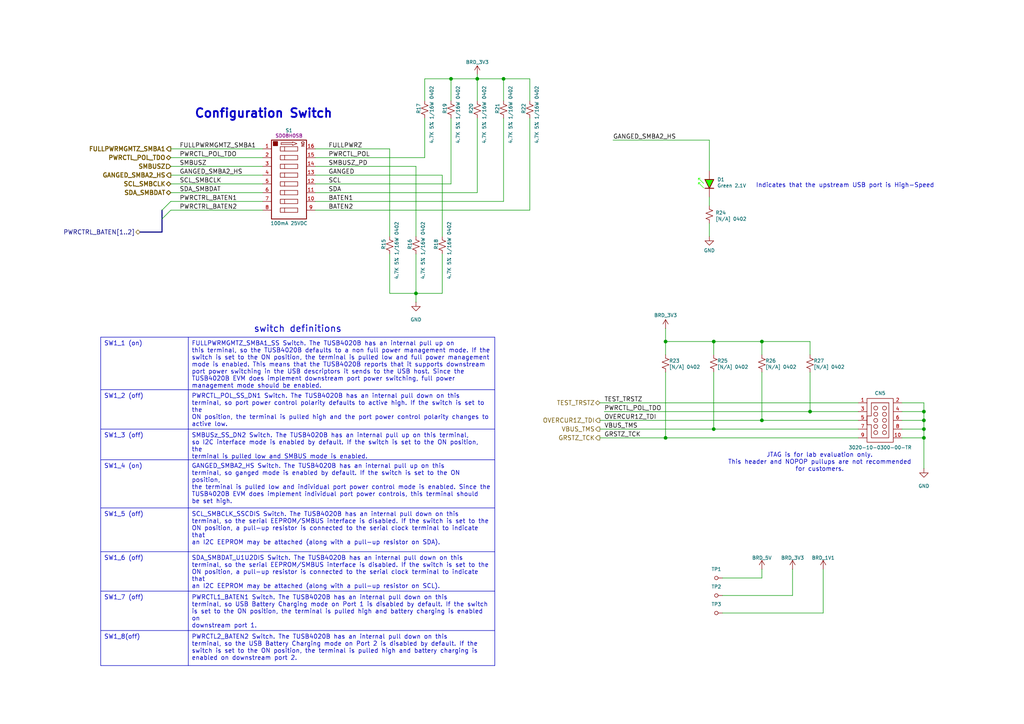
<source format=kicad_sch>
(kicad_sch (version 20250114) (generator "eeschema") (generator_version "9.0")
  (paper "A4")
  (title_block (title "Configure and Debug") (rev "v1.0") (company "RICKY"))
  (lib_symbols
    (symbol "MY_CONN_PH2.54mm:3020-10-0300-00-TR" (pin_names (hide yes))
      (property "Reference" "CN" (at 0 7.62 0))
      (property "Value" "3020-10-0300-00-TR" (at 0 -8.382 0))
      (symbol "3020-10-0300-00-TR_0_0"
        (rectangle (start -3.81 6.35) (end 3.81 -6.35))
        (rectangle (start -2.54 5.1054) (end 2.54 5.08))
        (circle (center -1.27 3.556) (radius 0.568))
        (circle (center -1.27 1.778) (radius 0.568))
        (circle (center -1.27 0) (radius 0.568))
        (circle (center -1.27 -1.778) (radius 0.568))
        (circle (center -1.27 -3.556) (radius 0.568))
        (circle (center 1.27 3.556) (radius 0.568))
        (circle (center 1.27 1.778) (radius 0.568))
        (circle (center 1.27 0) (radius 0.568))
        (circle (center 1.27 -1.778) (radius 0.568))
        (circle (center 1.27 -3.556) (radius 0.568))
        (polyline (pts (xy 2.54 5.08) (xy 2.54 -5.08) (xy -2.54 -5.08) (xy -2.54 -1.27) (xy -3.81 -1.27) (xy -3.81 1.27) (xy -2.54 1.27) (xy -2.54 5.08)))
      )
      (symbol "3020-10-0300-00-TR_1_1"
        (pin passive line (at -6.35 5.08 0) (length 2.54) (name "1") (number "1"))
        (pin passive line (at -6.35 2.54 0) (length 2.54) (name "3") (number "3"))
        (pin passive line (at -6.35 0 0) (length 2.54) (name "5") (number "5"))
        (pin passive line (at -6.35 -2.54 0) (length 2.54) (name "7") (number "7"))
        (pin passive line (at -6.35 -5.08 0) (length 2.54) (name "9") (number "9"))
        (pin passive line (at 6.35 5.08 180) (length 2.54) (name "2") (number "2"))
        (pin passive line (at 6.35 2.54 180) (length 2.54) (name "4") (number "4"))
        (pin passive line (at 6.35 0 180) (length 2.54) (name "6") (number "6"))
        (pin passive line (at 6.35 -2.54 180) (length 2.54) (name "8") (number "8"))
        (pin passive line (at 6.35 -5.08 180) (length 2.54) (name "10") (number "10"))
      )
    )
    (symbol "MY_Led:LTST-C171GKT" (pin_numbers (hide yes)) (pin_names (offset 1.016) (hide yes))
      (property "Reference" "D" (at 0 5.08 0))
      (property "Value" "Green 2.1V" (at 0 -2.794 0))
      (symbol "LTST-C171GKT_0_1"
        (polyline (pts (xy -2.54 1.27) (xy -2.54 -1.27)) (stroke (width 0.254)))
      )
      (symbol "LTST-C171GKT_1_1"
        (polyline (pts (xy -2.413 1.651) (xy -0.889 3.175) (xy -0.889 2.667) (xy -0.889 3.175) (xy -1.397 3.175)) (stroke (width 0) (color 32 255 0 1)))
        (polyline (pts (xy -1.143 1.651) (xy 0.381 3.175) (xy 0.381 2.667)) (stroke (width 0) (color 32 255 0 1)))
        (polyline (pts (xy 0 1.27) (xy 0 -1.27) (xy -2.54 0) (xy 0 1.27)) (stroke (width 0.254)) (fill (type color) (color 32 255 0 1)))
        (polyline (pts (xy 0.381 3.175) (xy -0.127 3.175)) (stroke (width 0) (color 32 255 0 1)))
        (pin passive line (at -5.08 0 0) (length 2.54) (name "K") (number "1"))
        (pin passive line (at 2.54 0 180) (length 2.54) (name "A") (number "2"))
      )
    )
    (symbol "MY_Power:GND" (power) (pin_numbers (hide yes)) (pin_names (offset 0) (hide yes))
      (property "Value" "GND" (at 0 -3.556 0))
      (symbol "GND_0_1"
        (polyline (pts (xy 0 0) (xy 0 -1.27) (xy 1.27 -1.27) (xy 0 -2.54) (xy -1.27 -1.27) (xy 0 -1.27)))
      )
      (symbol "GND_1_1"
        (pin power_in line (at 0 0 270) (length 0) (name "~") (number "1"))
      )
    )
    (symbol "MY_Res_YAGEO_AF:AF0402JR-074K7L" (pin_numbers (hide yes)) (pin_names (offset 0.254) (hide yes))
      (property "Reference" "R" (at 1.016 0.762 0))
      (property "Value" "4.7K 5% 1/16W 0402" (at 1.016 -1.016 0))
      (symbol "AF0402JR-074K7L_1_1"
        (polyline (pts (xy 0 1.524) (xy 1.016 1.143) (xy 0 0.762) (xy -1.016 0.381) (xy 0 0)))
        (polyline (pts (xy 0 0) (xy 1.016 -0.381) (xy 0 -0.762) (xy -1.016 -1.143) (xy 0 -1.524)))
        (pin passive line (at 0 2.54 270) (length 1.016) (name "~") (number "1"))
        (pin passive line (at 0 -2.54 90) (length 1.016) (name "~") (number "2"))
      )
    )
    (symbol "MY_Res_YAGEO_AF:AF0402XXXXXXXXXL" (pin_numbers (hide yes)) (pin_names (offset 0.254) (hide yes))
      (property "Reference" "R" (at 1.016 0.762 0))
      (property "Value" "[N/A] 0402" (at 1.016 -1.016 0))
      (symbol "AF0402XXXXXXXXXL_1_1"
        (polyline (pts (xy 0 1.524) (xy 1.016 1.143) (xy 0 0.762) (xy -1.016 0.381) (xy 0 0)))
        (polyline (pts (xy 0 0) (xy 1.016 -0.381) (xy 0 -0.762) (xy -1.016 -1.143) (xy 0 -1.524)))
        (pin passive line (at 0 2.54 270) (length 1.016) (name "~") (number "1"))
        (pin passive line (at 0 -2.54 90) (length 1.016) (name "~") (number "2"))
      )
    )
    (symbol "MY_Switch:SD08H0SB" (pin_names (offset 1.016) (hide yes))
      (property "Reference" "S" (at 0 14.224 0))
      (property "Value" "100mA 25VDC" (at 0 -11.684 0))
      (property "MPN" "SD08H0SB" (at 0 -19.304 0))
      (symbol "SD08H0SB_0_0"
        (rectangle (start -2.54 10.795) (end 2.54 9.525))
        (rectangle (start -2.54 8.255) (end 2.54 6.985))
        (rectangle (start -2.54 5.715) (end 2.54 4.445))
        (rectangle (start -2.54 3.175) (end 2.54 1.905))
        (rectangle (start -2.54 0.635) (end 2.54 -0.635))
        (rectangle (start -2.54 -1.905) (end 2.54 -3.175))
        (rectangle (start -2.54 -4.445) (end 2.54 -5.715))
        (rectangle (start -2.54 -6.985) (end 2.54 -8.255))
        (polyline (pts (xy -1.27 10.795) (xy -1.27 9.525)))
        (polyline (pts (xy -1.27 8.255) (xy -1.27 6.985)))
        (polyline (pts (xy -1.27 5.715) (xy -1.27 4.445)))
        (polyline (pts (xy -1.27 3.175) (xy -1.27 1.905)))
        (polyline (pts (xy -1.27 0.635) (xy -1.27 -0.635)))
        (polyline (pts (xy -1.27 -1.905) (xy -1.27 -3.175)))
        (polyline (pts (xy -1.27 -4.445) (xy -1.27 -5.715)))
        (polyline (pts (xy -1.27 -6.985) (xy -1.27 -8.255)))
        (pin passive line (at -7.62 10.16 0) (length 2.54) (name "~") (number "1"))
        (pin passive line (at -7.62 7.62 0) (length 2.54) (name "~") (number "2"))
        (pin passive line (at -7.62 5.08 0) (length 2.54) (name "~") (number "3"))
        (pin passive line (at -7.62 2.54 0) (length 2.54) (name "~") (number "4"))
        (pin passive line (at -7.62 0 0) (length 2.54) (name "~") (number "5"))
        (pin passive line (at -7.62 -2.54 0) (length 2.54) (name "~") (number "6"))
        (pin passive line (at -7.62 -5.08 0) (length 2.54) (name "~") (number "7"))
        (pin passive line (at -7.62 -7.62 0) (length 2.54) (name "~") (number "8"))
        (pin passive line (at 7.62 10.16 180) (length 2.54) (name "~") (number "16"))
        (pin passive line (at 7.62 7.62 180) (length 2.54) (name "~") (number "15"))
        (pin passive line (at 7.62 5.08 180) (length 2.54) (name "~") (number "14"))
        (pin passive line (at 7.62 2.54 180) (length 2.54) (name "~") (number "13"))
        (pin passive line (at 7.62 0 180) (length 2.54) (name "~") (number "12"))
        (pin passive line (at 7.62 -2.54 180) (length 2.54) (name "~") (number "11"))
        (pin passive line (at 7.62 -5.08 180) (length 2.54) (name "~") (number "10"))
        (pin passive line (at 7.62 -7.62 180) (length 2.54) (name "~") (number "9"))
      )
      (symbol "SD08H0SB_1_0"
        (rectangle (start -5.08 12.7) (end 5.08 -10.16) (stroke (width 0.254)))
        (rectangle (start -4.572 12.319) (end -3.302 11.049) (fill (type outline)))
        (polyline (pts (xy -2.286 11.938) (xy -2.286 11.43)))
        (polyline (pts (xy -2.286 11.938) (xy 1.016 11.938)))
        (polyline (pts (xy -2.286 11.43) (xy 1.016 11.43)))
        (polyline (pts (xy 1.016 11.938) (xy 1.016 12.192) (xy 2.286 11.684)))
        (polyline (pts (xy 2.286 11.684) (xy 1.016 11.176) (xy 1.016 11.43)))
      )
      (symbol "SD08H0SB_1_1"
        (text "O" (at 4.064 11.938 900) (effects (font (size 0.8 0.8))))
        (text "N" (at 4.064 11.176 900) (effects (font (size 0.8 0.8))))
      )
    )
    (symbol "MY_Test:TP_Pad_D1.5mm" (pin_numbers (hide yes)) (pin_names (hide yes))
      (property "Reference" "TP" (at 0 1.27 0))
      (symbol "TP_Pad_D1.5mm_0_1"
        (circle (center -0.508 0) (radius 0.508))
      )
      (symbol "TP_Pad_D1.5mm_1_1"
        (pin passive line (at 1.27 0 180) (length 1.27) (name "1") (number "1"))
      )
    )
    (symbol "USBHub_Power:BRD_1V1" (power) (pin_numbers (hide yes)) (pin_names (offset 0) (hide yes))
      (property "Value" "BRD_1V1" (at 0 3.556 0))
      (symbol "BRD_1V1_0_1"
        (polyline (pts (xy -0.762 1.27) (xy 0 2.54)))
        (polyline (pts (xy 0 2.54) (xy 0.762 1.27)))
        (polyline (pts (xy 0 0) (xy 0 2.54)))
      )
      (symbol "BRD_1V1_1_1"
        (pin power_in line (at 0 0 90) (length 0) (name "~") (number "1"))
      )
    )
    (symbol "USBHub_Power:BRD_3V3" (power) (pin_numbers (hide yes)) (pin_names (offset 0) (hide yes))
      (property "Value" "BRD_3V3" (at 0 3.556 0))
      (symbol "BRD_3V3_0_1"
        (polyline (pts (xy -0.762 1.27) (xy 0 2.54)))
        (polyline (pts (xy 0 2.54) (xy 0.762 1.27)))
        (polyline (pts (xy 0 0) (xy 0 2.54)))
      )
      (symbol "BRD_3V3_1_1"
        (pin power_in line (at 0 0 90) (length 0) (name "~") (number "1"))
      )
    )
    (symbol "USBHub_Power:BRD_5V" (power) (pin_numbers (hide yes)) (pin_names (offset 0) (hide yes))
      (property "Value" "BRD_5V" (at 0 3.556 0))
      (symbol "BRD_5V_0_1"
        (polyline (pts (xy -0.762 1.27) (xy 0 2.54)))
        (polyline (pts (xy 0 2.54) (xy 0.762 1.27)))
        (polyline (pts (xy 0 0) (xy 0 2.54)))
      )
      (symbol "BRD_5V_1_1"
        (pin power_in line (at 0 0 90) (length 0) (name "~") (number "1"))
      )
    )
  )
  (text "switch definitions" (at 86.36 95.504 0) (effects (font (size 1.905 1.905) (thickness 0.2381))))
  (text "JTAG is for lab evaluation only.\nThis header and NOPOP pullups are not recommended\nfor customers." (at 237.744 134.112 0) (effects (font (size 1.27 1.27))))
  (text "Configuration Switch" (at 76.454 33.02 0) (effects (font (size 2.54 2.54) (thickness 0.508) (bold yes))))
  (text "Indicates that the upstream USB port is High-Speed\n" (at 245.11 53.848 0) (effects (font (size 1.27 1.27))))
  (junction (at 267.97 121.92))
  (junction (at 267.97 124.46))
  (junction (at 193.04 99.06))
  (junction (at 267.97 127))
  (junction (at 220.98 121.92))
  (junction (at 120.65 85.09))
  (junction (at 146.05 22.86))
  (junction (at 220.98 99.06))
  (junction (at 234.95 119.38))
  (junction (at 267.97 119.38))
  (junction (at 207.01 124.46))
  (junction (at 193.04 127))
  (junction (at 207.01 99.06))
  (junction (at 130.81 22.86))
  (junction (at 138.43 22.86))
  (bus_entry (at 46.99 60.96) (size 2.54 -2.54))
  (bus_entry (at 46.99 63.5) (size 2.54 -2.54))
  (wire (pts (xy 209.55 167.64) (xy 220.98 167.64)))
  (wire (pts (xy 234.95 119.38) (xy 248.92 119.38)))
  (wire (pts (xy 220.98 107.95) (xy 220.98 121.92)))
  (wire (pts (xy 234.95 99.06) (xy 234.95 102.87)))
  (wire (pts (xy 49.53 43.18) (xy 76.2 43.18)))
  (wire (pts (xy 113.03 73.66) (xy 113.03 85.09)))
  (wire (pts (xy 91.44 55.88) (xy 138.43 55.88)))
  (wire (pts (xy 205.74 49.53) (xy 205.74 40.64)))
  (wire (pts (xy 138.43 55.88) (xy 138.43 34.29)))
  (wire (pts (xy 128.27 85.09) (xy 120.65 85.09)))
  (wire (pts (xy 267.97 127) (xy 267.97 135.89)))
  (wire (pts (xy 91.44 58.42) (xy 146.05 58.42)))
  (wire (pts (xy 261.62 124.46) (xy 267.97 124.46)))
  (wire (pts (xy 128.27 73.66) (xy 128.27 85.09)))
  (wire (pts (xy 120.65 48.26) (xy 120.65 68.58)))
  (wire (pts (xy 120.65 85.09) (xy 120.65 87.63)))
  (wire (pts (xy 193.04 95.25) (xy 193.04 99.06)))
  (wire (pts (xy 238.76 165.1) (xy 238.76 177.8)))
  (wire (pts (xy 128.27 50.8) (xy 128.27 68.58)))
  (wire (pts (xy 146.05 22.86) (xy 153.67 22.86)))
  (wire (pts (xy 49.53 48.26) (xy 76.2 48.26)))
  (wire (pts (xy 234.95 107.95) (xy 234.95 119.38)))
  (wire (pts (xy 173.99 127) (xy 193.04 127)))
  (wire (pts (xy 193.04 127) (xy 248.92 127)))
  (wire (pts (xy 146.05 58.42) (xy 146.05 34.29)))
  (wire (pts (xy 175.26 119.38) (xy 234.95 119.38)))
  (wire (pts (xy 91.44 48.26) (xy 120.65 48.26)))
  (wire (pts (xy 267.97 119.38) (xy 267.97 121.92)))
  (wire (pts (xy 207.01 99.06) (xy 207.01 102.87)))
  (wire (pts (xy 209.55 172.72) (xy 229.87 172.72)))
  (bus (pts (xy 46.99 60.96) (xy 46.99 63.5)))
  (wire (pts (xy 177.8 40.64) (xy 205.74 40.64)))
  (wire (pts (xy 49.53 45.72) (xy 76.2 45.72)))
  (wire (pts (xy 120.65 73.66) (xy 120.65 85.09)))
  (wire (pts (xy 138.43 22.86) (xy 138.43 29.21)))
  (wire (pts (xy 193.04 102.87) (xy 193.04 99.06)))
  (wire (pts (xy 49.53 58.42) (xy 76.2 58.42)))
  (wire (pts (xy 130.81 22.86) (xy 138.43 22.86)))
  (wire (pts (xy 91.44 60.96) (xy 153.67 60.96)))
  (wire (pts (xy 138.43 21.59) (xy 138.43 22.86)))
  (wire (pts (xy 193.04 107.95) (xy 193.04 127)))
  (wire (pts (xy 173.99 124.46) (xy 207.01 124.46)))
  (wire (pts (xy 193.04 99.06) (xy 207.01 99.06)))
  (wire (pts (xy 205.74 64.77) (xy 205.74 68.58)))
  (wire (pts (xy 123.19 45.72) (xy 123.19 34.29)))
  (wire (pts (xy 91.44 45.72) (xy 123.19 45.72)))
  (wire (pts (xy 91.44 53.34) (xy 130.81 53.34)))
  (wire (pts (xy 123.19 22.86) (xy 130.81 22.86)))
  (wire (pts (xy 261.62 121.92) (xy 267.97 121.92)))
  (wire (pts (xy 220.98 167.64) (xy 220.98 165.1)))
  (wire (pts (xy 91.44 43.18) (xy 113.03 43.18)))
  (wire (pts (xy 91.44 50.8) (xy 128.27 50.8)))
  (wire (pts (xy 205.74 57.15) (xy 205.74 59.69)))
  (wire (pts (xy 229.87 172.72) (xy 229.87 165.1)))
  (wire (pts (xy 267.97 121.92) (xy 267.97 124.46)))
  (wire (pts (xy 173.99 121.92) (xy 220.98 121.92)))
  (wire (pts (xy 49.53 50.8) (xy 76.2 50.8)))
  (wire (pts (xy 153.67 60.96) (xy 153.67 34.29)))
  (wire (pts (xy 173.99 116.84) (xy 248.92 116.84)))
  (wire (pts (xy 261.62 119.38) (xy 267.97 119.38)))
  (wire (pts (xy 130.81 53.34) (xy 130.81 34.29)))
  (wire (pts (xy 113.03 43.18) (xy 113.03 68.58)))
  (wire (pts (xy 113.03 85.09) (xy 120.65 85.09)))
  (wire (pts (xy 267.97 116.84) (xy 267.97 119.38)))
  (wire (pts (xy 49.53 55.88) (xy 76.2 55.88)))
  (wire (pts (xy 146.05 22.86) (xy 146.05 29.21)))
  (wire (pts (xy 138.43 22.86) (xy 146.05 22.86)))
  (wire (pts (xy 49.53 53.34) (xy 76.2 53.34)))
  (wire (pts (xy 220.98 121.92) (xy 248.92 121.92)))
  (bus (pts (xy 46.99 67.31) (xy 40.64 67.31)))
  (wire (pts (xy 261.62 116.84) (xy 267.97 116.84)))
  (wire (pts (xy 220.98 99.06) (xy 234.95 99.06)))
  (wire (pts (xy 261.62 127) (xy 267.97 127)))
  (wire (pts (xy 130.81 22.86) (xy 130.81 29.21)))
  (wire (pts (xy 207.01 99.06) (xy 220.98 99.06)))
  (wire (pts (xy 207.01 124.46) (xy 248.92 124.46)))
  (wire (pts (xy 207.01 107.95) (xy 207.01 124.46)))
  (wire (pts (xy 153.67 22.86) (xy 153.67 29.21)))
  (wire (pts (xy 123.19 29.21) (xy 123.19 22.86)))
  (bus (pts (xy 46.99 63.5) (xy 46.99 67.31)))
  (wire (pts (xy 267.97 124.46) (xy 267.97 127)))
  (wire (pts (xy 209.55 177.8) (xy 238.76 177.8)))
  (wire (pts (xy 49.53 60.96) (xy 76.2 60.96)))
  (wire (pts (xy 220.98 99.06) (xy 220.98 102.87)))
  (table (column_count 2) (border (external yes) (header yes)) (separators (rows yes) (cols yes)) (column_widths 25.4 88.9) (row_heights 15.24 11.43 8.89 13.97 12.7 11.43 11.43 10.16) (cells (table_cell "SW1_1 (on)" (at 29.21 97.79 0) (size 25.4 15.24) (margins 0.9525 0.9525 0.9525 0.9525) (span 1 1)) (table_cell "FULLPWRMGMTZ_SMBA1_SS Switch. The TUSB4020B has an internal pull up on\nthis terminal, so the TUSB4020B defaults to a non full power management mode. If the\nswitch is set to the ON position, the terminal is pulled low and full power management\nmode is enabled. This means that the TUSB4020B reports that it supports downstream\nport power switching in the USB descriptors it sends to the USB host. Since the\nTUSB4020B EVM does implement downstream port power switching, full power\nmanagement mode should be enabled." (at 54.61 97.79 0) (size 88.9 15.24) (margins 0.9525 0.9525 0.9525 0.9525) (span 1 1)) (table_cell "SW1_2 (off)" (at 29.21 113.03 0) (size 25.4 11.43) (margins 0.9525 0.9525 0.9525 0.9525) (span 1 1)) (table_cell "PWRCTL_POL_SS_DN1 Switch. The TUSB4020B has an internal pull down on this\nterminal, so port power control polarity defaults to active high. If the switch is set to the\nON position, the terminal is pulled high and the port power control polarity changes to\nactive low." (at 54.61 113.03 0) (size 88.9 11.43) (margins 0.9525 0.9525 0.9525 0.9525) (span 1 1)) (table_cell "SW1_3 (off)" (at 29.21 124.46 0) (size 25.4 8.89) (margins 0.9525 0.9525 0.9525 0.9525) (span 1 1)) (table_cell "SMBUSz_SS_DN2 Switch. The TUSB4020B has an internal pull up on this terminal,\nso I2C interface mode is enabled by default. If the switch is set to the ON position, the\nterminal is pulled low and SMBUS mode is enabled." (at 54.61 124.46 0) (size 88.9 8.89) (margins 0.9525 0.9525 0.9525 0.9525) (span 1 1)) (table_cell "SW1_4 (on)" (at 29.21 133.35 0) (size 25.4 13.97) (margins 0.9525 0.9525 0.9525 0.9525) (span 1 1)) (table_cell "GANGED_SMBA2_HS Switch. The TUSB4020B has an internal pull up on this\nterminal, so ganged mode is enabled by default. If the switch is set to the ON position,\nthe terminal is pulled low and individual port power control mode is enabled. Since the\nTUSB4020B EVM does implement individual port power controls, this terminal should\nbe set high." (at 54.61 133.35 0) (size 88.9 13.97) (margins 0.9525 0.9525 0.9525 0.9525) (span 1 1)) (table_cell "SW1_5 (off)" (at 29.21 147.32 0) (size 25.4 12.7) (margins 0.9525 0.9525 0.9525 0.9525) (span 1 1)) (table_cell "SCL_SMBCLK_SSCDIS Switch. The TUSB4020B has an internal pull down on this\nterminal, so the serial EEPROM/SMBUS interface is disabled. If the switch is set to the\nON position, a pull-up resistor is connected to the serial clock terminal to indicate that\nan I2C EEPROM may be attached (along with a pull-up resistor on SDA)." (at 54.61 147.32 0) (size 88.9 12.7) (margins 0.9525 0.9525 0.9525 0.9525) (span 1 1)) (table_cell "SW1_6 (off)" (at 29.21 160.02 0) (size 25.4 11.43) (margins 0.9525 0.9525 0.9525 0.9525) (span 1 1)) (table_cell "SDA_SMBDAT_U1U2DIS Switch. The TUSB4020B has an internal pull down on this\nterminal, so the serial EEPROM/SMBUS interface is disabled. If the switch is set to the\nON position, a pull-up resistor is connected to the serial clock terminal to indicate that\nan I2C EEPROM may be attached (along with a pull-up resistor on SCL)." (at 54.61 160.02 0) (size 88.9 11.43) (margins 0.9525 0.9525 0.9525 0.9525) (span 1 1)) (table_cell "SW1_7 (off)" (at 29.21 171.45 0) (size 25.4 11.43) (margins 0.9525 0.9525 0.9525 0.9525) (span 1 1)) (table_cell "PWRCTL1_BATEN1 Switch. The TUSB4020B has an internal pull down on this\nterminal, so USB Battery Charging mode on Port 1 is disabled by default. If the switch\nis set to the ON position, the terminal is pulled high and battery charging is enabled on\ndownstream port 1." (at 54.61 171.45 0) (size 88.9 11.43) (margins 0.9525 0.9525 0.9525 0.9525) (span 1 1)) (table_cell "SW1_8(off)" (at 29.21 182.88 0) (size 25.4 10.16) (margins 0.9525 0.9525 0.9525 0.9525) (span 1 1)) (table_cell "PWRCTL2_BATEN2 Switch. The TUSB4020B has an internal pull down on this\nterminal, so the USB Battery Charging mode on Port 2 is disabled by default. If the\nswitch is set to the ON position, the terminal is pulled high and battery charging is\nenabled on downstream port 2." (at 54.61 182.88 0) (size 88.9 10.16) (margins 0.9525 0.9525 0.9525 0.9525) (span 1 1))))
  (label "VBUS_TMS" (at 175.26 124.46 0))
  (label "BATEN1" (at 95.25 58.42 0))
  (label "PWRCTRL_BATEN2" (at 52.07 60.96 0))
  (label "GANGED_SMBA2_HS" (at 52.07 50.8 0))
  (label "GRSTZ_TCK" (at 175.26 127 0))
  (label "FULLPWRMGMTZ_SMBA1" (at 52.07 43.18 0))
  (label "OVERCUR1Z_TDI" (at 175.26 121.92 0))
  (label "SDA_SMBDAT" (at 52.07 55.88 0))
  (label "GANGED_SMBA2_HS" (at 177.8 40.64 0))
  (label "SDA" (at 95.25 55.88 0))
  (label "PWRCTL_POL_TDO" (at 175.26 119.38 0))
  (label "SMBUSZ_PD" (at 95.25 48.26 0))
  (label "TEST_TRSTZ" (at 175.26 116.84 0))
  (label "BATEN2" (at 95.25 60.96 0))
  (label "GANGED" (at 95.25 50.8 0))
  (label "FULLPWRZ" (at 95.25 43.18 0))
  (label "PWRCTL_POL" (at 95.25 45.72 0))
  (label "PWRCTRL_BATEN1" (at 52.07 58.42 0))
  (label "SMBUSZ" (at 52.07 48.26 0))
  (label "PWRCTL_POL_TDO" (at 52.07 45.72 0))
  (label "SCL_SMBCLK" (at 52.07 53.34 0))
  (label "SCL" (at 95.25 53.34 0))
  (hierarchical_label "GRSTZ_TCK" (shape output) (at 173.99 127 180))
  (hierarchical_label "VBUS_TMS" (shape output) (at 173.99 124.46 180))
  (hierarchical_label "SDA_SMBDAT" (shape bidirectional) (at 49.53 55.88 180) (effects (font (thickness 0.254) (bold yes))))
  (hierarchical_label "SMBUSZ" (shape input) (at 49.53 48.26 180) (effects (font (thickness 0.254) (bold yes))))
  (hierarchical_label "SCL_SMBCLK" (shape bidirectional) (at 49.53 53.34 180) (effects (font (thickness 0.254) (bold yes))))
  (hierarchical_label "TEST_TRSTZ" (shape bidirectional) (at 173.99 116.84 180))
  (hierarchical_label "GANGED_SMBA2_HS" (shape output) (at 49.53 50.8 180) (effects (font (thickness 0.254) (bold yes))))
  (hierarchical_label "OVERCUR1Z_TDI" (shape output) (at 173.99 121.92 180))
  (hierarchical_label "FULLPWRMGMTZ_SMBA1" (shape output) (at 49.53 43.18 180) (effects (font (thickness 0.254) (bold yes))))
  (hierarchical_label "PWRCTL_POL_TDO" (shape bidirectional) (at 49.53 45.72 180) (effects (font (thickness 0.254) (bold yes))))
  (hierarchical_label "PWRCTRL_BATEN[1..2]" (shape bidirectional) (at 40.64 67.31 180))
  (symbol (lib_id "MY_Test:TP_Pad_D1.5mm") (at 208.28 172.72 0) (unit 1)
    (property "Reference" "TP2" (at 207.772 170.18 0) (effects (font (size 1 1))))
    (property "Footprint" "MY_Test:TP_Pad_D1.5mm" (effects (hide yes)))
    (property "Description" "SMD圆形测试焊盘 直径1.5mm" (effects (hide yes)))
  )
  (symbol (lib_id "MY_Res_YAGEO_AF:AF0402JR-074K7L") (at 146.05 31.75 0) (unit 1)
    (property "Reference" "R21" (at 144.272 33.02 90) (effects (font (size 1 1)) (justify left)))
    (property "Value" "4.7K 5% 1/16W 0402" (at 148.082 41.656 90) (effects (font (size 1 1)) (justify left)))
    (property "Footprint" "MY_Res:YAGEO_R0402" (effects (hide yes)))
    (property "Datasheet" "kicad-embed://PYU-AF_51_ROHS_L.pdf" (effects (hide yes)))
    (property "Description" "4.7K 0402贴片厚膜电阻（车规） RES SMD 4.7K OHM 5% 1/16W 0402" (effects (hide yes)))
    (property "MPN" "AF0402JR-074K7L" (effects (hide yes)))
    (property "Manufacturer" "YAGEO" (effects (hide yes)))
    (property "详细描述" "4.7 kOhms ±5% 0.063W，1/16W 芯片电阻 0402（1005 公制） 耐硫，汽车级 AEC-Q200 汽车认证 厚膜" (effects (hide yes)))
  )
  (symbol (lib_id "MY_Res_YAGEO_AF:AF0402JR-074K7L") (at 153.67 31.75 0) (unit 1)
    (property "Reference" "R22" (at 151.892 33.02 90) (effects (font (size 1 1)) (justify left)))
    (property "Value" "4.7K 5% 1/16W 0402" (at 155.702 41.656 90) (effects (font (size 1 1)) (justify left)))
    (property "Footprint" "MY_Res:YAGEO_R0402" (effects (hide yes)))
    (property "Datasheet" "kicad-embed://PYU-AF_51_ROHS_L.pdf" (effects (hide yes)))
    (property "Description" "4.7K 0402贴片厚膜电阻（车规） RES SMD 4.7K OHM 5% 1/16W 0402" (effects (hide yes)))
    (property "MPN" "AF0402JR-074K7L" (effects (hide yes)))
    (property "Manufacturer" "YAGEO" (effects (hide yes)))
    (property "详细描述" "4.7 kOhms ±5% 0.063W，1/16W 芯片电阻 0402（1005 公制） 耐硫，汽车级 AEC-Q200 汽车认证 厚膜" (effects (hide yes)))
  )
  (symbol (lib_id "MY_Test:TP_Pad_D1.5mm") (at 208.28 167.64 0) (unit 1)
    (property "Reference" "TP1" (at 207.772 165.1 0) (effects (font (size 1 1))))
    (property "Footprint" "MY_Test:TP_Pad_D1.5mm" (effects (hide yes)))
    (property "Description" "SMD圆形测试焊盘 直径1.5mm" (effects (hide yes)))
  )
  (symbol (lib_id "MY_Res_YAGEO_AF:AF0402XXXXXXXXXL") (at 207.01 105.41 0) (unit 1)
    (property "Reference" "R25" (at 208.026 104.648 0) (effects (font (size 1 1)) (justify left)))
    (property "Value" "[N/A] 0402" (at 208.026 106.426 0) (effects (font (size 1 1)) (justify left)))
    (property "Footprint" "MY_Res:YAGEO_R0402" (effects (hide yes)))
    (property "Datasheet" "kicad-embed://PYU-AF_51_ROHS_L.pdf" (effects (hide yes)))
    (property "Description" "0402贴片厚膜电阻（车规）" (effects (hide yes)))
    (property "Manufacturer" "YAGEO" (effects (hide yes)))
  )
  (symbol (lib_id "USBHub_Power:BRD_3V3") (at 138.43 21.59 0) (unit 1)
    (property "Reference" "#PWR043" (effects (hide yes)))
    (property "Value" "BRD_3V3" (at 138.43 18.034 0) (effects (font (size 1 1))))
  )
  (symbol (lib_id "MY_Test:TP_Pad_D1.5mm") (at 208.28 177.8 0) (unit 1)
    (property "Reference" "TP3" (at 207.772 175.26 0) (effects (font (size 1 1))))
    (property "Footprint" "MY_Test:TP_Pad_D1.5mm" (effects (hide yes)))
    (property "Description" "SMD圆形测试焊盘 直径1.5mm" (effects (hide yes)))
  )
  (symbol (lib_id "MY_Res_YAGEO_AF:AF0402JR-074K7L") (at 130.81 31.75 0) (unit 1)
    (property "Reference" "R19" (at 129.032 33.02 90) (effects (font (size 1 1)) (justify left)))
    (property "Value" "4.7K 5% 1/16W 0402" (at 132.842 41.656 90) (effects (font (size 1 1)) (justify left)))
    (property "Footprint" "MY_Res:YAGEO_R0402" (effects (hide yes)))
    (property "Datasheet" "kicad-embed://PYU-AF_51_ROHS_L.pdf" (effects (hide yes)))
    (property "Description" "4.7K 0402贴片厚膜电阻（车规） RES SMD 4.7K OHM 5% 1/16W 0402" (effects (hide yes)))
    (property "MPN" "AF0402JR-074K7L" (effects (hide yes)))
    (property "Manufacturer" "YAGEO" (effects (hide yes)))
    (property "详细描述" "4.7 kOhms ±5% 0.063W，1/16W 芯片电阻 0402（1005 公制） 耐硫，汽车级 AEC-Q200 汽车认证 厚膜" (effects (hide yes)))
  )
  (symbol (lib_id "MY_Res_YAGEO_AF:AF0402JR-074K7L") (at 123.19 31.75 0) (unit 1)
    (property "Reference" "R17" (at 121.412 33.02 90) (effects (font (size 1 1)) (justify left)))
    (property "Value" "4.7K 5% 1/16W 0402" (at 125.222 41.656 90) (effects (font (size 1 1)) (justify left)))
    (property "Footprint" "MY_Res:YAGEO_R0402" (effects (hide yes)))
    (property "Datasheet" "kicad-embed://PYU-AF_51_ROHS_L.pdf" (effects (hide yes)))
    (property "Description" "4.7K 0402贴片厚膜电阻（车规） RES SMD 4.7K OHM 5% 1/16W 0402" (effects (hide yes)))
    (property "MPN" "AF0402JR-074K7L" (effects (hide yes)))
    (property "Manufacturer" "YAGEO" (effects (hide yes)))
    (property "详细描述" "4.7 kOhms ±5% 0.063W，1/16W 芯片电阻 0402（1005 公制） 耐硫，汽车级 AEC-Q200 汽车认证 厚膜" (effects (hide yes)))
  )
  (symbol (lib_id "MY_Power:GND") (at 120.65 87.63 0) (unit 1)
    (property "Reference" "#PWR042" (effects (hide yes)))
    (property "Value" "GND" (at 120.65 92.71 0) (effects (font (size 1 1))))
    (property "Description" "全局符号 GND" (effects (hide yes)))
  )
  (symbol (lib_id "MY_Led:LTST-C171GKT") (at 205.74 52.07 90) (unit 1)
    (property "Reference" "D1" (at 208.026 52.07 90) (effects (font (size 1 1)) (justify right)))
    (property "Value" "Green 2.1V" (at 208.026 53.848 90) (effects (font (size 1 1)) (justify right)))
    (property "Footprint" "MY_Led:LTST-C171" (effects (hide yes)))
    (property "Description" "绿色 0805表贴LED LED GREEN CLEAR CHIP SMD" (effects (hide yes)))
    (property "MPN" "LTST-C171GKT" (effects (hide yes)))
    (property "Manufacturer" "Lite-On Inc." (effects (hide yes)))
    (property "详细描述" "绿色 569nm LED 指示 - 分立 2.1V 0805（2012 公制）" (effects (hide yes)))
  )
  (symbol (lib_id "MY_Switch:SD08H0SB") (at 83.82 53.34 0) (unit 1)
    (property "Reference" "S1" (at 83.82 37.846 0) (effects (font (size 1 1))))
    (property "Value" "100mA 25VDC" (at 83.82 64.77 0) (effects (font (size 1 1))))
    (property "Footprint" "MY_Switch:CK_SW_SD08H0SB" (effects (hide yes)))
    (property "Datasheet" "kicad-embed://SD08H0SBR.pdf" (effects (hide yes)))
    (property "Description" "拨码开关x8 SMD 100mA 25VDC" (effects (hide yes)))
    (property "MPN" "SD08H0SB" (at 83.82 39.37 0) (effects (font (size 1 1))))
    (property "Manufacturer" "C&K" (effects (hide yes)))
    (property "详细描述" "DIP 开关 SPST 8 位置 表面贴装型 滑动式（标准） 触动器 100mA 25VDC" (effects (hide yes)))
  )
  (symbol (lib_id "MY_Res_YAGEO_AF:AF0402XXXXXXXXXL") (at 220.98 105.41 0) (unit 1)
    (property "Reference" "R26" (at 221.996 104.648 0) (effects (font (size 1 1)) (justify left)))
    (property "Value" "[N/A] 0402" (at 221.996 106.426 0) (effects (font (size 1 1)) (justify left)))
    (property "Footprint" "MY_Res:YAGEO_R0402" (effects (hide yes)))
    (property "Datasheet" "kicad-embed://PYU-AF_51_ROHS_L.pdf" (effects (hide yes)))
    (property "Description" "0402贴片厚膜电阻（车规）" (effects (hide yes)))
    (property "Manufacturer" "YAGEO" (effects (hide yes)))
  )
  (symbol (lib_id "USBHub_Power:BRD_5V") (at 220.98 165.1 0) (unit 1)
    (property "Reference" "#PWR046" (effects (hide yes)))
    (property "Value" "BRD_5V" (at 220.98 161.798 0) (effects (font (size 1 1))))
  )
  (symbol (lib_id "MY_Power:GND") (at 267.97 135.89 0) (unit 1)
    (property "Reference" "#PWR049" (effects (hide yes)))
    (property "Value" "GND" (at 267.97 140.97 0) (effects (font (size 1 1))))
    (property "Description" "全局符号 GND" (effects (hide yes)))
  )
  (symbol (lib_id "USBHub_Power:BRD_3V3") (at 229.87 165.1 0) (unit 1)
    (property "Reference" "#PWR047" (effects (hide yes)))
    (property "Value" "BRD_3V3" (at 229.87 161.798 0) (effects (font (size 1 1))))
  )
  (symbol (lib_id "MY_Res_YAGEO_AF:AF0402JR-074K7L") (at 113.03 71.12 0) (unit 1)
    (property "Reference" "R15" (at 111.252 72.39 90) (effects (font (size 1 1)) (justify left)))
    (property "Value" "4.7K 5% 1/16W 0402" (at 115.062 81.026 90) (effects (font (size 1 1)) (justify left)))
    (property "Footprint" "MY_Res:YAGEO_R0402" (effects (hide yes)))
    (property "Datasheet" "kicad-embed://PYU-AF_51_ROHS_L.pdf" (effects (hide yes)))
    (property "Description" "4.7K 0402贴片厚膜电阻（车规） RES SMD 4.7K OHM 5% 1/16W 0402" (effects (hide yes)))
    (property "MPN" "AF0402JR-074K7L" (effects (hide yes)))
    (property "Manufacturer" "YAGEO" (effects (hide yes)))
    (property "详细描述" "4.7 kOhms ±5% 0.063W，1/16W 芯片电阻 0402（1005 公制） 耐硫，汽车级 AEC-Q200 汽车认证 厚膜" (effects (hide yes)))
  )
  (symbol (lib_id "MY_Res_YAGEO_AF:AF0402JR-074K7L") (at 128.27 71.12 0) (unit 1)
    (property "Reference" "R18" (at 126.492 72.39 90) (effects (font (size 1 1)) (justify left)))
    (property "Value" "4.7K 5% 1/16W 0402" (at 130.302 81.026 90) (effects (font (size 1 1)) (justify left)))
    (property "Footprint" "MY_Res:YAGEO_R0402" (effects (hide yes)))
    (property "Datasheet" "kicad-embed://PYU-AF_51_ROHS_L.pdf" (effects (hide yes)))
    (property "Description" "4.7K 0402贴片厚膜电阻（车规） RES SMD 4.7K OHM 5% 1/16W 0402" (effects (hide yes)))
    (property "MPN" "AF0402JR-074K7L" (effects (hide yes)))
    (property "Manufacturer" "YAGEO" (effects (hide yes)))
    (property "详细描述" "4.7 kOhms ±5% 0.063W，1/16W 芯片电阻 0402（1005 公制） 耐硫，汽车级 AEC-Q200 汽车认证 厚膜" (effects (hide yes)))
  )
  (symbol (lib_id "MY_Power:GND") (at 205.74 68.58 0) (unit 1)
    (property "Reference" "#PWR045" (effects (hide yes)))
    (property "Value" "GND" (at 205.74 72.644 0) (effects (font (size 1 1))))
    (property "Description" "全局符号 GND" (effects (hide yes)))
  )
  (symbol (lib_id "USBHub_Power:BRD_3V3") (at 193.04 95.25 0) (unit 1)
    (property "Reference" "#PWR044" (effects (hide yes)))
    (property "Value" "BRD_3V3" (at 193.04 91.44 0) (effects (font (size 1 1))))
  )
  (symbol (lib_id "MY_Res_YAGEO_AF:AF0402XXXXXXXXXL") (at 234.95 105.41 0) (unit 1)
    (property "Reference" "R27" (at 235.966 104.648 0) (effects (font (size 1 1)) (justify left)))
    (property "Value" "[N/A] 0402" (at 235.966 106.426 0) (effects (font (size 1 1)) (justify left)))
    (property "Footprint" "MY_Res:YAGEO_R0402" (effects (hide yes)))
    (property "Datasheet" "kicad-embed://PYU-AF_51_ROHS_L.pdf" (effects (hide yes)))
    (property "Description" "0402贴片厚膜电阻（车规）" (effects (hide yes)))
    (property "Manufacturer" "YAGEO" (effects (hide yes)))
  )
  (symbol (lib_id "MY_Res_YAGEO_AF:AF0402JR-074K7L") (at 120.65 71.12 0) (unit 1)
    (property "Reference" "R16" (at 118.872 72.39 90) (effects (font (size 1 1)) (justify left)))
    (property "Value" "4.7K 5% 1/16W 0402" (at 122.682 81.026 90) (effects (font (size 1 1)) (justify left)))
    (property "Footprint" "MY_Res:YAGEO_R0402" (effects (hide yes)))
    (property "Datasheet" "kicad-embed://PYU-AF_51_ROHS_L.pdf" (effects (hide yes)))
    (property "Description" "4.7K 0402贴片厚膜电阻（车规） RES SMD 4.7K OHM 5% 1/16W 0402" (effects (hide yes)))
    (property "MPN" "AF0402JR-074K7L" (effects (hide yes)))
    (property "Manufacturer" "YAGEO" (effects (hide yes)))
    (property "详细描述" "4.7 kOhms ±5% 0.063W，1/16W 芯片电阻 0402（1005 公制） 耐硫，汽车级 AEC-Q200 汽车认证 厚膜" (effects (hide yes)))
  )
  (symbol (lib_id "MY_CONN_PH2.54mm:3020-10-0300-00-TR") (at 255.27 121.92 0) (unit 1)
    (property "Reference" "CN5" (at 255.27 114.046 0) (effects (font (size 1 1))))
    (property "Value" "3020-10-0300-00-TR" (at 255.27 129.794 0) (effects (font (size 1 1))))
    (property "Footprint" "MY_Connector_PH2.54:CNC_302010030000TR" (effects (hide yes)))
    (property "Datasheet" "kicad-embed://3020-XX-0300-00_.pdf" (effects (hide yes)))
    (property "Description" "针座连接器2x5 表贴CONN HEADER SMD 10POS 2.54MM" (effects (hide yes)))
    (property "MPN" "3020-10-0300-00-TR" (effects (hide yes)))
    (property "Manufacturer" "CNC Tech" (effects (hide yes)))
    (property "详细描述" "针座连接器 表面贴装型 10 位置 0.100\"（2.54mm）" (effects (hide yes)))
  )
  (symbol (lib_id "USBHub_Power:BRD_1V1") (at 238.76 165.1 0) (unit 1)
    (property "Reference" "#PWR048" (effects (hide yes)))
    (property "Value" "BRD_1V1" (at 238.76 161.798 0) (effects (font (size 1 1))))
  )
  (symbol (lib_id "MY_Res_YAGEO_AF:AF0402XXXXXXXXXL") (at 205.74 62.23 0) (unit 1)
    (property "Reference" "R24" (at 207.518 61.722 0) (effects (font (size 1 1)) (justify left)))
    (property "Value" "[N/A] 0402" (at 207.518 63.5 0) (effects (font (size 1 1)) (justify left)))
    (property "Footprint" "MY_Res:YAGEO_R0402" (effects (hide yes)))
    (property "Datasheet" "kicad-embed://PYU-AF_51_ROHS_L.pdf" (effects (hide yes)))
    (property "Description" "0402贴片厚膜电阻（车规）" (effects (hide yes)))
    (property "Manufacturer" "YAGEO" (effects (hide yes)))
  )
  (symbol (lib_id "MY_Res_YAGEO_AF:AF0402JR-074K7L") (at 138.43 31.75 0) (unit 1)
    (property "Reference" "R20" (at 136.652 33.02 90) (effects (font (size 1 1)) (justify left)))
    (property "Value" "4.7K 5% 1/16W 0402" (at 140.462 41.656 90) (effects (font (size 1 1)) (justify left)))
    (property "Footprint" "MY_Res:YAGEO_R0402" (effects (hide yes)))
    (property "Datasheet" "kicad-embed://PYU-AF_51_ROHS_L.pdf" (effects (hide yes)))
    (property "Description" "4.7K 0402贴片厚膜电阻（车规） RES SMD 4.7K OHM 5% 1/16W 0402" (effects (hide yes)))
    (property "MPN" "AF0402JR-074K7L" (effects (hide yes)))
    (property "Manufacturer" "YAGEO" (effects (hide yes)))
    (property "详细描述" "4.7 kOhms ±5% 0.063W，1/16W 芯片电阻 0402（1005 公制） 耐硫，汽车级 AEC-Q200 汽车认证 厚膜" (effects (hide yes)))
  )
  (symbol (lib_id "MY_Res_YAGEO_AF:AF0402XXXXXXXXXL") (at 193.04 105.41 0) (unit 1)
    (property "Reference" "R23" (at 194.056 104.648 0) (effects (font (size 1 1)) (justify left)))
    (property "Value" "[N/A] 0402" (at 194.056 106.426 0) (effects (font (size 1 1)) (justify left)))
    (property "Footprint" "MY_Res:YAGEO_R0402" (effects (hide yes)))
    (property "Datasheet" "kicad-embed://PYU-AF_51_ROHS_L.pdf" (effects (hide yes)))
    (property "Description" "0402贴片厚膜电阻（车规）" (effects (hide yes)))
    (property "Manufacturer" "YAGEO" (effects (hide yes)))
  )
)
</source>
